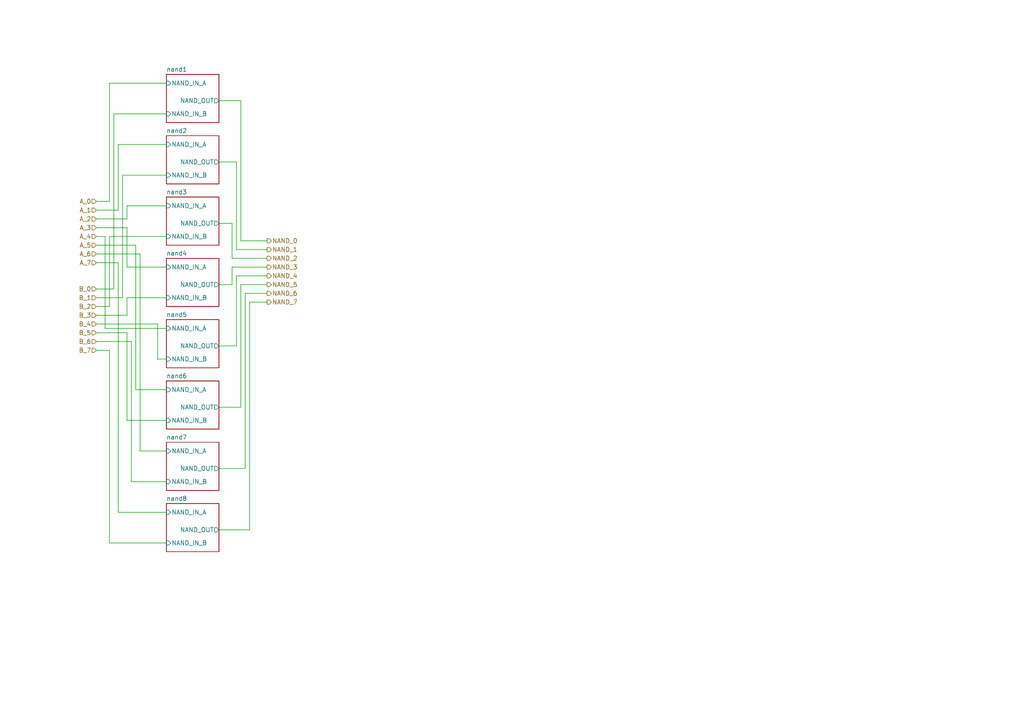
<source format=kicad_sch>
(kicad_sch
	(version 20250114)
	(generator "eeschema")
	(generator_version "9.0")
	(uuid "58cb11c7-0faa-45e7-bc49-31ca8718d675")
	(paper "A4")
	(lib_symbols)
	(wire
		(pts
			(xy 69.85 69.85) (xy 77.47 69.85)
		)
		(stroke
			(width 0)
			(type default)
		)
		(uuid "0b1d4fc6-3cfc-4c08-a2a2-b388fe6899f0")
	)
	(wire
		(pts
			(xy 34.29 76.2) (xy 34.29 148.59)
		)
		(stroke
			(width 0)
			(type default)
		)
		(uuid "0bab04a7-bcc7-4c30-8b0d-83270fb7b9b6")
	)
	(wire
		(pts
			(xy 36.83 77.47) (xy 48.26 77.47)
		)
		(stroke
			(width 0)
			(type default)
		)
		(uuid "0f3cdc0e-d140-4ac2-9db0-6219900dec79")
	)
	(wire
		(pts
			(xy 31.75 68.58) (xy 48.26 68.58)
		)
		(stroke
			(width 0)
			(type default)
		)
		(uuid "148f4397-d01c-4b8a-8c09-fb94790cbbab")
	)
	(wire
		(pts
			(xy 67.31 82.55) (xy 67.31 77.47)
		)
		(stroke
			(width 0)
			(type default)
		)
		(uuid "20219b0e-768d-4c65-90f4-7c4da194ae94")
	)
	(wire
		(pts
			(xy 67.31 64.77) (xy 67.31 74.93)
		)
		(stroke
			(width 0)
			(type default)
		)
		(uuid "2350f26f-4756-4b3a-85f5-819e3fef79cb")
	)
	(wire
		(pts
			(xy 27.94 60.96) (xy 34.29 60.96)
		)
		(stroke
			(width 0)
			(type default)
		)
		(uuid "270dd893-5503-4b70-8ec5-e1f2cde932e7")
	)
	(wire
		(pts
			(xy 27.94 68.58) (xy 30.48 68.58)
		)
		(stroke
			(width 0)
			(type default)
		)
		(uuid "2e0468e1-9ab1-46ac-8ba5-0bc438b7efc9")
	)
	(wire
		(pts
			(xy 68.58 100.33) (xy 68.58 80.01)
		)
		(stroke
			(width 0)
			(type default)
		)
		(uuid "30e11f00-7dc8-4627-bd5a-58d6537d4e5e")
	)
	(wire
		(pts
			(xy 40.64 73.66) (xy 40.64 130.81)
		)
		(stroke
			(width 0)
			(type default)
		)
		(uuid "30f4b51b-952f-4814-87db-99b5e520fef9")
	)
	(wire
		(pts
			(xy 33.02 83.82) (xy 33.02 33.02)
		)
		(stroke
			(width 0)
			(type default)
		)
		(uuid "34c58be2-9911-4d83-82eb-024d56601356")
	)
	(wire
		(pts
			(xy 71.12 85.09) (xy 77.47 85.09)
		)
		(stroke
			(width 0)
			(type default)
		)
		(uuid "35882a0f-dcac-4668-8ba3-71ca935b20c8")
	)
	(wire
		(pts
			(xy 27.94 91.44) (xy 36.83 91.44)
		)
		(stroke
			(width 0)
			(type default)
		)
		(uuid "3a6240eb-9ea4-4fdf-94b6-c8113cb9c61d")
	)
	(wire
		(pts
			(xy 31.75 157.48) (xy 48.26 157.48)
		)
		(stroke
			(width 0)
			(type default)
		)
		(uuid "3d94a3ad-2adc-4f7a-841d-0782767a1273")
	)
	(wire
		(pts
			(xy 67.31 77.47) (xy 77.47 77.47)
		)
		(stroke
			(width 0)
			(type default)
		)
		(uuid "3f9f4704-8231-4636-9520-cad5e474a982")
	)
	(wire
		(pts
			(xy 45.72 93.98) (xy 45.72 104.14)
		)
		(stroke
			(width 0)
			(type default)
		)
		(uuid "41eec6ce-48a8-4aa2-87ed-1805332584bf")
	)
	(wire
		(pts
			(xy 27.94 76.2) (xy 34.29 76.2)
		)
		(stroke
			(width 0)
			(type default)
		)
		(uuid "4436ccfe-e7a4-4cb8-af31-d31bc1e054cd")
	)
	(wire
		(pts
			(xy 38.1 99.06) (xy 38.1 139.7)
		)
		(stroke
			(width 0)
			(type default)
		)
		(uuid "47ffa6c7-2a1a-42df-bed8-1bc3ba627d71")
	)
	(wire
		(pts
			(xy 63.5 135.89) (xy 71.12 135.89)
		)
		(stroke
			(width 0)
			(type default)
		)
		(uuid "483d00c6-bde6-413c-b8eb-4aeebd1aa4d3")
	)
	(wire
		(pts
			(xy 34.29 148.59) (xy 48.26 148.59)
		)
		(stroke
			(width 0)
			(type default)
		)
		(uuid "4d6539d3-d9fa-4db8-8942-04abc17ac244")
	)
	(wire
		(pts
			(xy 27.94 73.66) (xy 40.64 73.66)
		)
		(stroke
			(width 0)
			(type default)
		)
		(uuid "4eee6e87-2ff6-4443-9b29-35fd8e2c14ea")
	)
	(wire
		(pts
			(xy 30.48 68.58) (xy 30.48 95.25)
		)
		(stroke
			(width 0)
			(type default)
		)
		(uuid "4f470002-78c1-49e3-8883-c54068f095b5")
	)
	(wire
		(pts
			(xy 31.75 24.13) (xy 48.26 24.13)
		)
		(stroke
			(width 0)
			(type default)
		)
		(uuid "5473510d-e003-494e-b909-75d836edd279")
	)
	(wire
		(pts
			(xy 67.31 74.93) (xy 77.47 74.93)
		)
		(stroke
			(width 0)
			(type default)
		)
		(uuid "5680d543-e317-49fa-91f1-11b5a120b0cc")
	)
	(wire
		(pts
			(xy 39.37 113.03) (xy 48.26 113.03)
		)
		(stroke
			(width 0)
			(type default)
		)
		(uuid "56a8dcdb-edf0-4efe-9ed6-33fb01e2444b")
	)
	(wire
		(pts
			(xy 63.5 118.11) (xy 69.85 118.11)
		)
		(stroke
			(width 0)
			(type default)
		)
		(uuid "56cea8d9-5611-435b-b28b-3747a27b367b")
	)
	(wire
		(pts
			(xy 27.94 63.5) (xy 36.83 63.5)
		)
		(stroke
			(width 0)
			(type default)
		)
		(uuid "587a1cae-aa68-4c8b-a17e-0b35a19115fa")
	)
	(wire
		(pts
			(xy 27.94 96.52) (xy 36.83 96.52)
		)
		(stroke
			(width 0)
			(type default)
		)
		(uuid "593e4a66-c2cc-4f74-9ca1-e448eeb3a758")
	)
	(wire
		(pts
			(xy 36.83 91.44) (xy 36.83 86.36)
		)
		(stroke
			(width 0)
			(type default)
		)
		(uuid "5c19efd1-6b7f-4790-bc32-5c291a43edb1")
	)
	(wire
		(pts
			(xy 27.94 86.36) (xy 35.56 86.36)
		)
		(stroke
			(width 0)
			(type default)
		)
		(uuid "5ff6f15f-6822-4438-8441-008d22ed17e8")
	)
	(wire
		(pts
			(xy 63.5 82.55) (xy 67.31 82.55)
		)
		(stroke
			(width 0)
			(type default)
		)
		(uuid "62188427-6e37-4f41-b7bb-ce44c3f77c8b")
	)
	(wire
		(pts
			(xy 72.39 87.63) (xy 77.47 87.63)
		)
		(stroke
			(width 0)
			(type default)
		)
		(uuid "6496dbb1-9e65-4973-beba-1a0ef252d6e3")
	)
	(wire
		(pts
			(xy 36.83 121.92) (xy 48.26 121.92)
		)
		(stroke
			(width 0)
			(type default)
		)
		(uuid "652570a1-0a7e-447f-a28a-8d09f3a4bf9a")
	)
	(wire
		(pts
			(xy 36.83 96.52) (xy 36.83 121.92)
		)
		(stroke
			(width 0)
			(type default)
		)
		(uuid "6a465750-27f7-408d-8f54-89a00affb9ec")
	)
	(wire
		(pts
			(xy 36.83 59.69) (xy 48.26 59.69)
		)
		(stroke
			(width 0)
			(type default)
		)
		(uuid "73411a31-32ed-49e7-9b79-7ceff9f11d59")
	)
	(wire
		(pts
			(xy 31.75 58.42) (xy 31.75 24.13)
		)
		(stroke
			(width 0)
			(type default)
		)
		(uuid "758032fa-eabf-446b-92fc-df141a35aec4")
	)
	(wire
		(pts
			(xy 36.83 63.5) (xy 36.83 59.69)
		)
		(stroke
			(width 0)
			(type default)
		)
		(uuid "798005a3-1a60-4803-ad11-967177355c24")
	)
	(wire
		(pts
			(xy 33.02 33.02) (xy 48.26 33.02)
		)
		(stroke
			(width 0)
			(type default)
		)
		(uuid "7ad8133a-eebd-4989-8355-da773442df62")
	)
	(wire
		(pts
			(xy 69.85 118.11) (xy 69.85 82.55)
		)
		(stroke
			(width 0)
			(type default)
		)
		(uuid "7b7530ab-1dd2-47d9-9508-f268ab96bb67")
	)
	(wire
		(pts
			(xy 72.39 153.67) (xy 72.39 87.63)
		)
		(stroke
			(width 0)
			(type default)
		)
		(uuid "7c542d8d-29b0-4bb0-880b-c6b64e9b87a7")
	)
	(wire
		(pts
			(xy 27.94 99.06) (xy 38.1 99.06)
		)
		(stroke
			(width 0)
			(type default)
		)
		(uuid "7d74f0a2-ebf9-44ae-92b8-5d2d604c434f")
	)
	(wire
		(pts
			(xy 31.75 88.9) (xy 31.75 68.58)
		)
		(stroke
			(width 0)
			(type default)
		)
		(uuid "875064f8-12f4-4307-b116-786f22495b24")
	)
	(wire
		(pts
			(xy 69.85 29.21) (xy 69.85 69.85)
		)
		(stroke
			(width 0)
			(type default)
		)
		(uuid "8d8eb2c8-4310-488d-9bbd-1e21ebd3bc08")
	)
	(wire
		(pts
			(xy 27.94 101.6) (xy 31.75 101.6)
		)
		(stroke
			(width 0)
			(type default)
		)
		(uuid "8f8ae010-eea5-460e-bdae-9e4d62c825e5")
	)
	(wire
		(pts
			(xy 69.85 82.55) (xy 77.47 82.55)
		)
		(stroke
			(width 0)
			(type default)
		)
		(uuid "9631b140-a01d-415c-9cd9-b1b996dab0d9")
	)
	(wire
		(pts
			(xy 34.29 60.96) (xy 34.29 41.91)
		)
		(stroke
			(width 0)
			(type default)
		)
		(uuid "989cca63-1b93-40eb-8092-6302f85cdbd0")
	)
	(wire
		(pts
			(xy 63.5 29.21) (xy 69.85 29.21)
		)
		(stroke
			(width 0)
			(type default)
		)
		(uuid "9b2d0a6a-548c-41e7-8b28-8593babd52bc")
	)
	(wire
		(pts
			(xy 40.64 130.81) (xy 48.26 130.81)
		)
		(stroke
			(width 0)
			(type default)
		)
		(uuid "9c14e32e-2648-4535-a754-a82ca51414c9")
	)
	(wire
		(pts
			(xy 63.5 64.77) (xy 67.31 64.77)
		)
		(stroke
			(width 0)
			(type default)
		)
		(uuid "9cc71651-c8c6-4fc4-9c21-fda9bba5b747")
	)
	(wire
		(pts
			(xy 27.94 71.12) (xy 39.37 71.12)
		)
		(stroke
			(width 0)
			(type default)
		)
		(uuid "9ef95b2d-27bb-4058-88ae-8cf6608f00bf")
	)
	(wire
		(pts
			(xy 68.58 46.99) (xy 68.58 72.39)
		)
		(stroke
			(width 0)
			(type default)
		)
		(uuid "a624e79a-6a5a-41d2-897e-6373f57feed0")
	)
	(wire
		(pts
			(xy 27.94 88.9) (xy 31.75 88.9)
		)
		(stroke
			(width 0)
			(type default)
		)
		(uuid "a85e04e0-a12d-4496-8227-ab85d0507b4d")
	)
	(wire
		(pts
			(xy 63.5 46.99) (xy 68.58 46.99)
		)
		(stroke
			(width 0)
			(type default)
		)
		(uuid "a9b87872-007b-4403-9b16-4456a13c68b4")
	)
	(wire
		(pts
			(xy 27.94 83.82) (xy 33.02 83.82)
		)
		(stroke
			(width 0)
			(type default)
		)
		(uuid "b23bca54-2340-4a52-b217-abd13df61777")
	)
	(wire
		(pts
			(xy 71.12 135.89) (xy 71.12 85.09)
		)
		(stroke
			(width 0)
			(type default)
		)
		(uuid "ba1e8fe8-908e-404f-9fd8-d30c1b951afa")
	)
	(wire
		(pts
			(xy 35.56 86.36) (xy 35.56 50.8)
		)
		(stroke
			(width 0)
			(type default)
		)
		(uuid "bc0d8474-e9a0-418f-b351-ae155b8ae93a")
	)
	(wire
		(pts
			(xy 35.56 50.8) (xy 48.26 50.8)
		)
		(stroke
			(width 0)
			(type default)
		)
		(uuid "bdaf0c36-d716-4b2f-8d53-674f245c25d1")
	)
	(wire
		(pts
			(xy 36.83 66.04) (xy 36.83 77.47)
		)
		(stroke
			(width 0)
			(type default)
		)
		(uuid "c9397124-0f2a-4c7d-9513-4531de824592")
	)
	(wire
		(pts
			(xy 34.29 41.91) (xy 48.26 41.91)
		)
		(stroke
			(width 0)
			(type default)
		)
		(uuid "c9e1e545-0ff7-47ba-b345-b9b2a0cc6078")
	)
	(wire
		(pts
			(xy 36.83 86.36) (xy 48.26 86.36)
		)
		(stroke
			(width 0)
			(type default)
		)
		(uuid "d5466237-fd8e-4415-8af5-e4fd9ab23bb1")
	)
	(wire
		(pts
			(xy 63.5 100.33) (xy 68.58 100.33)
		)
		(stroke
			(width 0)
			(type default)
		)
		(uuid "d7a0ac32-d0c0-4604-add1-59f4160ef3ff")
	)
	(wire
		(pts
			(xy 27.94 93.98) (xy 45.72 93.98)
		)
		(stroke
			(width 0)
			(type default)
		)
		(uuid "dab9c964-74de-433b-8711-2c4971163299")
	)
	(wire
		(pts
			(xy 30.48 95.25) (xy 48.26 95.25)
		)
		(stroke
			(width 0)
			(type default)
		)
		(uuid "e7fec320-d25a-44c4-9967-53a78535c28a")
	)
	(wire
		(pts
			(xy 27.94 66.04) (xy 36.83 66.04)
		)
		(stroke
			(width 0)
			(type default)
		)
		(uuid "e9115727-7243-4aa3-947d-05e3926ebae8")
	)
	(wire
		(pts
			(xy 45.72 104.14) (xy 48.26 104.14)
		)
		(stroke
			(width 0)
			(type default)
		)
		(uuid "ea13bbfb-28fe-4815-ae7c-aa53492f6b5a")
	)
	(wire
		(pts
			(xy 63.5 153.67) (xy 72.39 153.67)
		)
		(stroke
			(width 0)
			(type default)
		)
		(uuid "eaf63cf7-9d80-4285-980d-2ba9f1393e77")
	)
	(wire
		(pts
			(xy 27.94 58.42) (xy 31.75 58.42)
		)
		(stroke
			(width 0)
			(type default)
		)
		(uuid "eea3323d-5238-4a17-a69f-e6e16d9968b4")
	)
	(wire
		(pts
			(xy 31.75 101.6) (xy 31.75 157.48)
		)
		(stroke
			(width 0)
			(type default)
		)
		(uuid "ef0dfdc2-6f16-49c5-89e2-178d85aa6f12")
	)
	(wire
		(pts
			(xy 38.1 139.7) (xy 48.26 139.7)
		)
		(stroke
			(width 0)
			(type default)
		)
		(uuid "f2630592-3868-4014-b053-c3e86064cc57")
	)
	(wire
		(pts
			(xy 68.58 80.01) (xy 77.47 80.01)
		)
		(stroke
			(width 0)
			(type default)
		)
		(uuid "f2884d22-dbe3-433f-b325-25a386f60a85")
	)
	(wire
		(pts
			(xy 68.58 72.39) (xy 77.47 72.39)
		)
		(stroke
			(width 0)
			(type default)
		)
		(uuid "fb620e17-b4fe-4eba-b00c-4d10c9509918")
	)
	(wire
		(pts
			(xy 39.37 71.12) (xy 39.37 113.03)
		)
		(stroke
			(width 0)
			(type default)
		)
		(uuid "fd4d8349-a9a5-4f55-9fbc-5cdb60fd2b58")
	)
	(hierarchical_label "B_1"
		(shape input)
		(at 27.94 86.36 180)
		(effects
			(font
				(size 1.27 1.27)
			)
			(justify right)
		)
		(uuid "127295af-7f67-4095-a1db-c4abbc5a6154")
	)
	(hierarchical_label "B_4"
		(shape input)
		(at 27.94 93.98 180)
		(effects
			(font
				(size 1.27 1.27)
			)
			(justify right)
		)
		(uuid "147372ae-cf65-404d-9bcb-d4ec19acf927")
	)
	(hierarchical_label "NAND_3"
		(shape output)
		(at 77.47 77.47 0)
		(effects
			(font
				(size 1.27 1.27)
			)
			(justify left)
		)
		(uuid "1eca4844-c975-4066-ac42-059aa4acf8c8")
	)
	(hierarchical_label "NAND_1"
		(shape output)
		(at 77.47 72.39 0)
		(effects
			(font
				(size 1.27 1.27)
			)
			(justify left)
		)
		(uuid "33dbeeb7-493a-4c4c-902e-bf5d294f6de7")
	)
	(hierarchical_label "NAND_6"
		(shape output)
		(at 77.47 85.09 0)
		(effects
			(font
				(size 1.27 1.27)
			)
			(justify left)
		)
		(uuid "34228e03-6c1c-4eac-a84a-14bb41906897")
	)
	(hierarchical_label "B_2"
		(shape input)
		(at 27.94 88.9 180)
		(effects
			(font
				(size 1.27 1.27)
			)
			(justify right)
		)
		(uuid "54f37f51-9cfa-4bf1-8c40-37d2b268f7ef")
	)
	(hierarchical_label "A_1"
		(shape input)
		(at 27.94 60.96 180)
		(effects
			(font
				(size 1.27 1.27)
			)
			(justify right)
		)
		(uuid "5610380f-ab1e-4d0d-8430-6939d5e45c66")
	)
	(hierarchical_label "NAND_7"
		(shape output)
		(at 77.47 87.63 0)
		(effects
			(font
				(size 1.27 1.27)
			)
			(justify left)
		)
		(uuid "56201e15-57a9-4670-a13d-e7402c1d24f1")
	)
	(hierarchical_label "B_5"
		(shape input)
		(at 27.94 96.52 180)
		(effects
			(font
				(size 1.27 1.27)
			)
			(justify right)
		)
		(uuid "567affe8-e1b2-4d29-80b1-a99cf3e03c90")
	)
	(hierarchical_label "A_6"
		(shape input)
		(at 27.94 73.66 180)
		(effects
			(font
				(size 1.27 1.27)
			)
			(justify right)
		)
		(uuid "7aaaf99e-b268-423d-82c1-ca3f9414f321")
	)
	(hierarchical_label "NAND_5"
		(shape output)
		(at 77.47 82.55 0)
		(effects
			(font
				(size 1.27 1.27)
			)
			(justify left)
		)
		(uuid "8b1fa3e2-e2da-4a28-9954-aa31eeb93314")
	)
	(hierarchical_label "B_6"
		(shape input)
		(at 27.94 99.06 180)
		(effects
			(font
				(size 1.27 1.27)
			)
			(justify right)
		)
		(uuid "91f4b60b-0146-4f5c-a651-dcc48418a0bd")
	)
	(hierarchical_label "NAND_0"
		(shape output)
		(at 77.47 69.85 0)
		(effects
			(font
				(size 1.27 1.27)
			)
			(justify left)
		)
		(uuid "9f9be30c-4ade-47ec-9d5f-71d566a214fa")
	)
	(hierarchical_label "A_0"
		(shape input)
		(at 27.94 58.42 180)
		(effects
			(font
				(size 1.27 1.27)
			)
			(justify right)
		)
		(uuid "9fa05c4b-fb9f-42fc-bdf3-b70b2614d014")
	)
	(hierarchical_label "A_7"
		(shape input)
		(at 27.94 76.2 180)
		(effects
			(font
				(size 1.27 1.27)
			)
			(justify right)
		)
		(uuid "a2287ba5-767e-4a51-905f-9d6e5ab11800")
	)
	(hierarchical_label "NAND_4"
		(shape output)
		(at 77.47 80.01 0)
		(effects
			(font
				(size 1.27 1.27)
			)
			(justify left)
		)
		(uuid "a64e1a2b-3d42-425d-8198-c8b96c3abe23")
	)
	(hierarchical_label "A_5"
		(shape input)
		(at 27.94 71.12 180)
		(effects
			(font
				(size 1.27 1.27)
			)
			(justify right)
		)
		(uuid "a7e917c3-3509-408a-9745-f02da3211912")
	)
	(hierarchical_label "B_7"
		(shape input)
		(at 27.94 101.6 180)
		(effects
			(font
				(size 1.27 1.27)
			)
			(justify right)
		)
		(uuid "b5a81290-da0b-45bd-92de-545a3b713928")
	)
	(hierarchical_label "NAND_2"
		(shape output)
		(at 77.47 74.93 0)
		(effects
			(font
				(size 1.27 1.27)
			)
			(justify left)
		)
		(uuid "c38e2978-cc6b-4932-9a5f-719cded90a26")
	)
	(hierarchical_label "A_3"
		(shape input)
		(at 27.94 66.04 180)
		(effects
			(font
				(size 1.27 1.27)
			)
			(justify right)
		)
		(uuid "e1218511-7d11-4412-94a5-e1043e129e7a")
	)
	(hierarchical_label "B_3"
		(shape input)
		(at 27.94 91.44 180)
		(effects
			(font
				(size 1.27 1.27)
			)
			(justify right)
		)
		(uuid "e710955c-85f1-4579-aea0-cb466671b7f6")
	)
	(hierarchical_label "A_4"
		(shape input)
		(at 27.94 68.58 180)
		(effects
			(font
				(size 1.27 1.27)
			)
			(justify right)
		)
		(uuid "e7f2e270-8111-4a27-9423-d1ddbc02291b")
	)
	(hierarchical_label "B_0"
		(shape input)
		(at 27.94 83.82 180)
		(effects
			(font
				(size 1.27 1.27)
			)
			(justify right)
		)
		(uuid "f67e6fd0-9148-46a5-8b35-b42c1f92fd7b")
	)
	(hierarchical_label "A_2"
		(shape input)
		(at 27.94 63.5 180)
		(effects
			(font
				(size 1.27 1.27)
			)
			(justify right)
		)
		(uuid "fbc4ca50-093c-4b1a-afae-86cd8dcf4485")
	)
	(sheet
		(at 48.26 128.27)
		(size 15.24 13.97)
		(exclude_from_sim no)
		(in_bom yes)
		(on_board yes)
		(dnp no)
		(fields_autoplaced yes)
		(stroke
			(width 0.1524)
			(type solid)
		)
		(fill
			(color 0 0 0 0.0000)
		)
		(uuid "01697a0d-2da6-4616-b1eb-98714b0a8d29")
		(property "Sheetname" "nand7"
			(at 48.26 127.5584 0)
			(effects
				(font
					(size 1.27 1.27)
				)
				(justify left bottom)
			)
		)
		(property "Sheetfile" "../logic units/nand/nand.kicad_sch"
			(at 48.26 142.8246 0)
			(effects
				(font
					(size 1.27 1.27)
				)
				(justify left top)
				(hide yes)
			)
		)
		(pin "NAND_IN_B" input
			(at 48.26 139.7 180)
			(uuid "41d20014-2b69-442a-82c3-3b06c6f7f59c")
			(effects
				(font
					(size 1.27 1.27)
				)
				(justify left)
			)
		)
		(pin "NAND_OUT" output
			(at 63.5 135.89 0)
			(uuid "62447f79-f43f-4c50-8f3d-0e31f7c5c29c")
			(effects
				(font
					(size 1.27 1.27)
				)
				(justify right)
			)
		)
		(pin "NAND_IN_A" input
			(at 48.26 130.81 180)
			(uuid "2ba589f6-d6d0-48c0-aa22-6716dee0e089")
			(effects
				(font
					(size 1.27 1.27)
				)
				(justify left)
			)
		)
		(instances
			(project "8-bit-nand"
				(path "/58cb11c7-0faa-45e7-bc49-31ca8718d675"
					(page "8")
				)
			)
		)
	)
	(sheet
		(at 48.26 39.37)
		(size 15.24 13.97)
		(exclude_from_sim no)
		(in_bom yes)
		(on_board yes)
		(dnp no)
		(fields_autoplaced yes)
		(stroke
			(width 0.1524)
			(type solid)
		)
		(fill
			(color 0 0 0 0.0000)
		)
		(uuid "1ef64bf6-d8b2-420f-844d-692c3ed32ec0")
		(property "Sheetname" "nand2"
			(at 48.26 38.6584 0)
			(effects
				(font
					(size 1.27 1.27)
				)
				(justify left bottom)
			)
		)
		(property "Sheetfile" "../logic units/nand/nand.kicad_sch"
			(at 48.26 53.9246 0)
			(effects
				(font
					(size 1.27 1.27)
				)
				(justify left top)
				(hide yes)
			)
		)
		(pin "NAND_IN_B" input
			(at 48.26 50.8 180)
			(uuid "45cceb31-20d3-421d-bea5-7a707e12c8ea")
			(effects
				(font
					(size 1.27 1.27)
				)
				(justify left)
			)
		)
		(pin "NAND_OUT" output
			(at 63.5 46.99 0)
			(uuid "c8a4a85c-783d-469e-b242-2c5d08105bc8")
			(effects
				(font
					(size 1.27 1.27)
				)
				(justify right)
			)
		)
		(pin "NAND_IN_A" input
			(at 48.26 41.91 180)
			(uuid "4c80ac96-b661-4a3f-9dd9-dc2dac039cfa")
			(effects
				(font
					(size 1.27 1.27)
				)
				(justify left)
			)
		)
		(instances
			(project "8-bit-nand"
				(path "/58cb11c7-0faa-45e7-bc49-31ca8718d675"
					(page "3")
				)
			)
		)
	)
	(sheet
		(at 48.26 146.05)
		(size 15.24 13.97)
		(exclude_from_sim no)
		(in_bom yes)
		(on_board yes)
		(dnp no)
		(fields_autoplaced yes)
		(stroke
			(width 0.1524)
			(type solid)
		)
		(fill
			(color 0 0 0 0.0000)
		)
		(uuid "2fb3630b-f253-4f7f-928f-5ab1794a5de8")
		(property "Sheetname" "nand8"
			(at 48.26 145.3384 0)
			(effects
				(font
					(size 1.27 1.27)
				)
				(justify left bottom)
			)
		)
		(property "Sheetfile" "../logic units/nand/nand.kicad_sch"
			(at 48.26 160.6046 0)
			(effects
				(font
					(size 1.27 1.27)
				)
				(justify left top)
				(hide yes)
			)
		)
		(pin "NAND_IN_B" input
			(at 48.26 157.48 180)
			(uuid "6d575d11-b0f2-4f63-98ae-c5d056c74c3e")
			(effects
				(font
					(size 1.27 1.27)
				)
				(justify left)
			)
		)
		(pin "NAND_OUT" output
			(at 63.5 153.67 0)
			(uuid "3f1155c0-dea2-452d-a1aa-3d2d19234eca")
			(effects
				(font
					(size 1.27 1.27)
				)
				(justify right)
			)
		)
		(pin "NAND_IN_A" input
			(at 48.26 148.59 180)
			(uuid "a61c8d00-7553-4497-9a46-ec370f479eb2")
			(effects
				(font
					(size 1.27 1.27)
				)
				(justify left)
			)
		)
		(instances
			(project "8-bit-nand"
				(path "/58cb11c7-0faa-45e7-bc49-31ca8718d675"
					(page "9")
				)
			)
		)
	)
	(sheet
		(at 48.26 21.59)
		(size 15.24 13.97)
		(exclude_from_sim no)
		(in_bom yes)
		(on_board yes)
		(dnp no)
		(fields_autoplaced yes)
		(stroke
			(width 0.1524)
			(type solid)
		)
		(fill
			(color 0 0 0 0.0000)
		)
		(uuid "4b514a1b-a4e9-4d57-9840-0e79a3d0c81f")
		(property "Sheetname" "nand1"
			(at 48.26 20.8784 0)
			(effects
				(font
					(size 1.27 1.27)
				)
				(justify left bottom)
			)
		)
		(property "Sheetfile" "../logic units/nand/nand.kicad_sch"
			(at 48.26 36.1446 0)
			(effects
				(font
					(size 1.27 1.27)
				)
				(justify left top)
				(hide yes)
			)
		)
		(pin "NAND_IN_B" input
			(at 48.26 33.02 180)
			(uuid "39f8dbe0-9a89-46e5-b7ee-2f3e4c119b2d")
			(effects
				(font
					(size 1.27 1.27)
				)
				(justify left)
			)
		)
		(pin "NAND_OUT" output
			(at 63.5 29.21 0)
			(uuid "0102405c-a1e9-4f0e-8d14-7b87fa7a2802")
			(effects
				(font
					(size 1.27 1.27)
				)
				(justify right)
			)
		)
		(pin "NAND_IN_A" input
			(at 48.26 24.13 180)
			(uuid "99bf7dd5-fe73-43b3-829c-483ada4400b5")
			(effects
				(font
					(size 1.27 1.27)
				)
				(justify left)
			)
		)
		(instances
			(project "8-bit-nand"
				(path "/58cb11c7-0faa-45e7-bc49-31ca8718d675"
					(page "2")
				)
			)
		)
	)
	(sheet
		(at 48.26 110.49)
		(size 15.24 13.97)
		(exclude_from_sim no)
		(in_bom yes)
		(on_board yes)
		(dnp no)
		(fields_autoplaced yes)
		(stroke
			(width 0.1524)
			(type solid)
		)
		(fill
			(color 0 0 0 0.0000)
		)
		(uuid "890099c0-e163-4c34-a261-7faed05fe963")
		(property "Sheetname" "nand6"
			(at 48.26 109.7784 0)
			(effects
				(font
					(size 1.27 1.27)
				)
				(justify left bottom)
			)
		)
		(property "Sheetfile" "../logic units/nand/nand.kicad_sch"
			(at 48.26 125.0446 0)
			(effects
				(font
					(size 1.27 1.27)
				)
				(justify left top)
				(hide yes)
			)
		)
		(pin "NAND_IN_B" input
			(at 48.26 121.92 180)
			(uuid "5b3ef938-43ff-4658-aceb-13dc3cb1dace")
			(effects
				(font
					(size 1.27 1.27)
				)
				(justify left)
			)
		)
		(pin "NAND_OUT" output
			(at 63.5 118.11 0)
			(uuid "f32e68be-43ab-4187-b0c0-a954ec8fccd2")
			(effects
				(font
					(size 1.27 1.27)
				)
				(justify right)
			)
		)
		(pin "NAND_IN_A" input
			(at 48.26 113.03 180)
			(uuid "4415b00c-9c9f-47a0-952a-92cbafd05bac")
			(effects
				(font
					(size 1.27 1.27)
				)
				(justify left)
			)
		)
		(instances
			(project "8-bit-nand"
				(path "/58cb11c7-0faa-45e7-bc49-31ca8718d675"
					(page "7")
				)
			)
		)
	)
	(sheet
		(at 48.26 74.93)
		(size 15.24 13.97)
		(exclude_from_sim no)
		(in_bom yes)
		(on_board yes)
		(dnp no)
		(fields_autoplaced yes)
		(stroke
			(width 0.1524)
			(type solid)
		)
		(fill
			(color 0 0 0 0.0000)
		)
		(uuid "8af94070-2f59-443a-89ef-522d978ca402")
		(property "Sheetname" "nand4"
			(at 48.26 74.2184 0)
			(effects
				(font
					(size 1.27 1.27)
				)
				(justify left bottom)
			)
		)
		(property "Sheetfile" "../logic units/nand/nand.kicad_sch"
			(at 48.26 89.4846 0)
			(effects
				(font
					(size 1.27 1.27)
				)
				(justify left top)
				(hide yes)
			)
		)
		(pin "NAND_IN_B" input
			(at 48.26 86.36 180)
			(uuid "c64fa2da-f304-40c2-bc32-b80e9091d5fa")
			(effects
				(font
					(size 1.27 1.27)
				)
				(justify left)
			)
		)
		(pin "NAND_OUT" output
			(at 63.5 82.55 0)
			(uuid "9a5a08fe-0e4e-4d0d-b6db-580f6e364c89")
			(effects
				(font
					(size 1.27 1.27)
				)
				(justify right)
			)
		)
		(pin "NAND_IN_A" input
			(at 48.26 77.47 180)
			(uuid "f38a6bd1-7e6e-4e59-a7ca-3d12ef5051c0")
			(effects
				(font
					(size 1.27 1.27)
				)
				(justify left)
			)
		)
		(instances
			(project "8-bit-nand"
				(path "/58cb11c7-0faa-45e7-bc49-31ca8718d675"
					(page "5")
				)
			)
		)
	)
	(sheet
		(at 48.26 92.71)
		(size 15.24 13.97)
		(exclude_from_sim no)
		(in_bom yes)
		(on_board yes)
		(dnp no)
		(fields_autoplaced yes)
		(stroke
			(width 0.1524)
			(type solid)
		)
		(fill
			(color 0 0 0 0.0000)
		)
		(uuid "e1a696a9-1a82-46b0-a1c3-a6c6042726b3")
		(property "Sheetname" "nand5"
			(at 48.26 91.9984 0)
			(effects
				(font
					(size 1.27 1.27)
				)
				(justify left bottom)
			)
		)
		(property "Sheetfile" "../logic units/nand/nand.kicad_sch"
			(at 48.26 107.2646 0)
			(effects
				(font
					(size 1.27 1.27)
				)
				(justify left top)
				(hide yes)
			)
		)
		(pin "NAND_IN_B" input
			(at 48.26 104.14 180)
			(uuid "6545eafd-3024-4d9c-97a4-e93c4207f0d2")
			(effects
				(font
					(size 1.27 1.27)
				)
				(justify left)
			)
		)
		(pin "NAND_OUT" output
			(at 63.5 100.33 0)
			(uuid "d5099698-d50a-4ec6-9f93-bf2070faac96")
			(effects
				(font
					(size 1.27 1.27)
				)
				(justify right)
			)
		)
		(pin "NAND_IN_A" input
			(at 48.26 95.25 180)
			(uuid "6c81f012-815e-4faf-916a-c7187b7960e9")
			(effects
				(font
					(size 1.27 1.27)
				)
				(justify left)
			)
		)
		(instances
			(project "8-bit-nand"
				(path "/58cb11c7-0faa-45e7-bc49-31ca8718d675"
					(page "6")
				)
			)
		)
	)
	(sheet
		(at 48.26 57.15)
		(size 15.24 13.97)
		(exclude_from_sim no)
		(in_bom yes)
		(on_board yes)
		(dnp no)
		(fields_autoplaced yes)
		(stroke
			(width 0.1524)
			(type solid)
		)
		(fill
			(color 0 0 0 0.0000)
		)
		(uuid "ffeb76bf-add1-4bb6-8eec-2725d523f81e")
		(property "Sheetname" "nand3"
			(at 48.26 56.4384 0)
			(effects
				(font
					(size 1.27 1.27)
				)
				(justify left bottom)
			)
		)
		(property "Sheetfile" "../logic units/nand/nand.kicad_sch"
			(at 48.26 71.7046 0)
			(effects
				(font
					(size 1.27 1.27)
				)
				(justify left top)
				(hide yes)
			)
		)
		(pin "NAND_IN_B" input
			(at 48.26 68.58 180)
			(uuid "b52d4646-ca32-40be-8904-ff44afc0e1b7")
			(effects
				(font
					(size 1.27 1.27)
				)
				(justify left)
			)
		)
		(pin "NAND_OUT" output
			(at 63.5 64.77 0)
			(uuid "a0cc3aab-d557-4c82-8844-8ae3dea1fbc9")
			(effects
				(font
					(size 1.27 1.27)
				)
				(justify right)
			)
		)
		(pin "NAND_IN_A" input
			(at 48.26 59.69 180)
			(uuid "95fde24e-ca80-475f-bbfe-db3fdf4372ca")
			(effects
				(font
					(size 1.27 1.27)
				)
				(justify left)
			)
		)
		(instances
			(project "8-bit-nand"
				(path "/58cb11c7-0faa-45e7-bc49-31ca8718d675"
					(page "4")
				)
			)
		)
	)
	(sheet_instances
		(path "/"
			(page "1")
		)
	)
	(embedded_fonts no)
)

</source>
